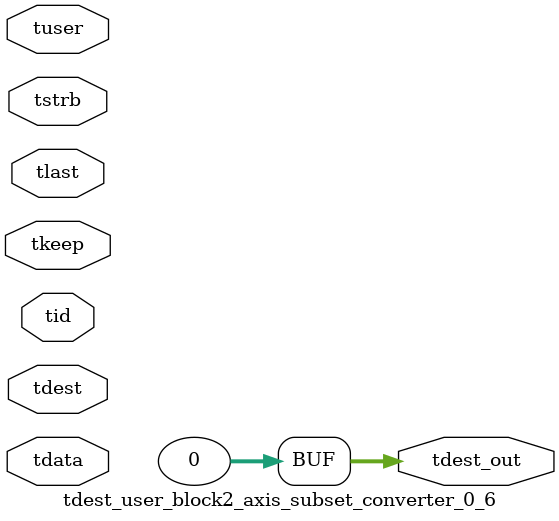
<source format=v>


`timescale 1ps/1ps

module tdest_user_block2_axis_subset_converter_0_6 #
(
parameter C_S_AXIS_TDATA_WIDTH = 32,
parameter C_S_AXIS_TUSER_WIDTH = 0,
parameter C_S_AXIS_TID_WIDTH   = 0,
parameter C_S_AXIS_TDEST_WIDTH = 0,
parameter C_M_AXIS_TDEST_WIDTH = 32
)
(
input  [(C_S_AXIS_TDATA_WIDTH == 0 ? 1 : C_S_AXIS_TDATA_WIDTH)-1:0     ] tdata,
input  [(C_S_AXIS_TUSER_WIDTH == 0 ? 1 : C_S_AXIS_TUSER_WIDTH)-1:0     ] tuser,
input  [(C_S_AXIS_TID_WIDTH   == 0 ? 1 : C_S_AXIS_TID_WIDTH)-1:0       ] tid,
input  [(C_S_AXIS_TDEST_WIDTH == 0 ? 1 : C_S_AXIS_TDEST_WIDTH)-1:0     ] tdest,
input  [(C_S_AXIS_TDATA_WIDTH/8)-1:0 ] tkeep,
input  [(C_S_AXIS_TDATA_WIDTH/8)-1:0 ] tstrb,
input                                                                    tlast,
output [C_M_AXIS_TDEST_WIDTH-1:0] tdest_out
);

assign tdest_out = {1'b0};

endmodule


</source>
